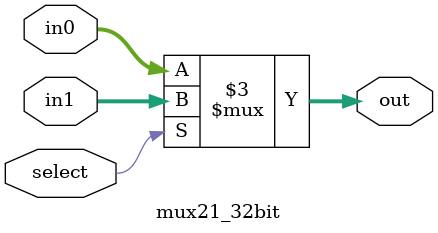
<source format=v>
/*
 * Assignment     : KGPRISC
 * Semester       : Autumn 2021 
 * Group          : 46
 * Name1          : Neha Dalmia
 * RollNumber1    : 19CS30055
 * Name2          : Rajat Bachhawat
 * RollNumber2    : 19CS10073
 */

`timescale 1ns / 1ps

module mux21_32bit(
    input [31:0] in0,
    input [31:0] in1,
    input select,
    output reg [31:0] out
);

always @(*) begin
    if(select)
    begin
        out = in1;
    end 
    else 
    begin
        out = in0;
    end

end
endmodule
</source>
